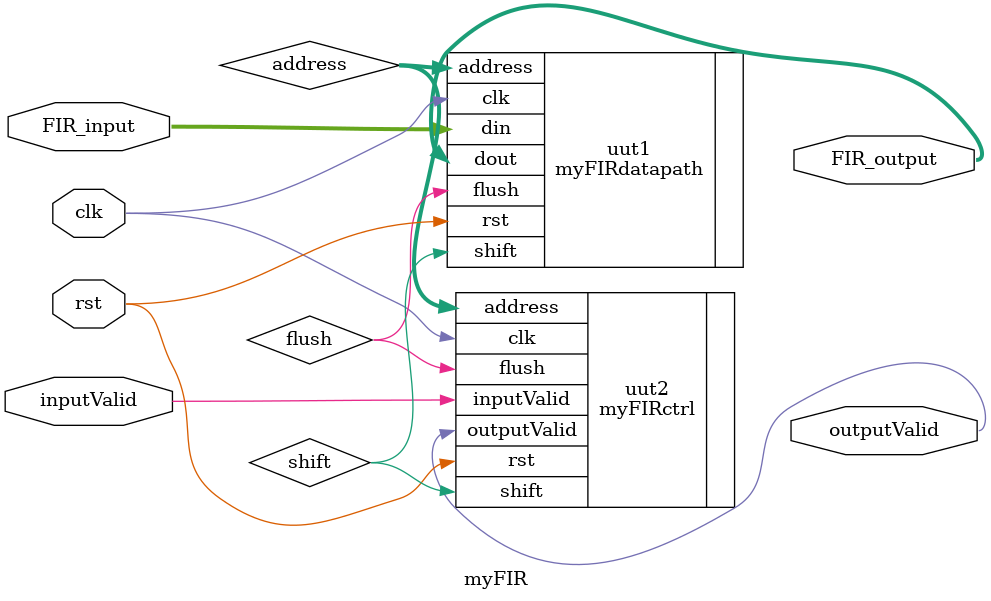
<source format=sv>
module myFIR(clk, rst, inputValid, FIR_input, outputValid, FIR_output);

    parameter InputWidth = 16, OutputWidth = 38;

    input clk, rst, inputValid;
    input  [InputWidth-1:0]  FIR_input;
    output [OutputWidth-1:0] FIR_output;
    output outputValid;

    wire flush, shift;
    wire [5:0] address;

    myFIRdatapath #(InputWidth, OutputWidth) uut1
    (
        .din(FIR_input),
        .address(address),
        .dout(FIR_output),
        .clk(clk),
        .rst(rst),
        .shift(shift),
        .flush(flush)
    );

    myFIRctrl uut2
    (
        .clk(clk),
        .rst(rst),
        .inputValid(inputValid),
        .outputValid(outputValid),
        .address(address),
        .flush(flush),
        .shift(shift)
    );

endmodule
</source>
